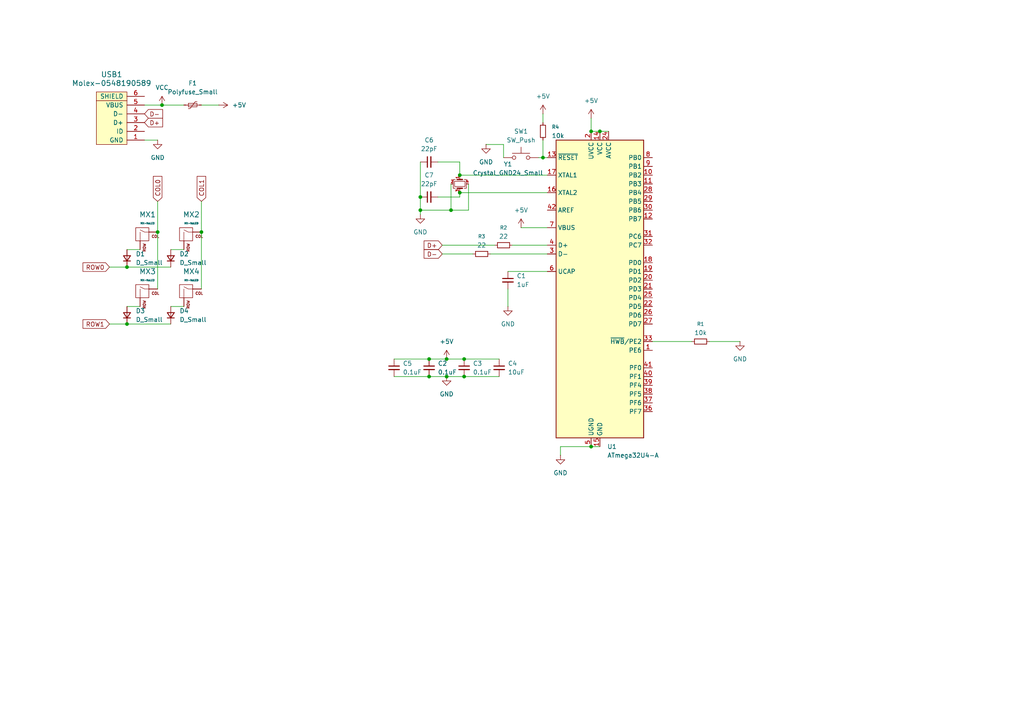
<source format=kicad_sch>
(kicad_sch (version 20250114) (generator "eeschema") (generator_version "9.0")
  (paper "A4")
  (lib_symbols
    (symbol "Device:C_Small" (pin_numbers (hide yes)) (pin_names (offset 0.254) (hide yes))
      (property "Reference" "C" (at 0.254 1.778 0))
      (property "Value" "C_Small" (at 0.254 -2.032 0))
      (symbol "C_Small_0_1"
        (polyline (pts (xy -1.524 0.508) (xy 1.524 0.508)) (stroke (width 0.3048)))
        (polyline (pts (xy -1.524 -0.508) (xy 1.524 -0.508)) (stroke (width 0.3302)))
      )
      (symbol "C_Small_1_1"
        (pin passive line (at 0 2.54 270) (length 2.032) (name "~") (number "1"))
        (pin passive line (at 0 -2.54 90) (length 2.032) (name "~") (number "2"))
      )
    )
    (symbol "Device:Crystal_GND24_Small" (pin_names (offset 1.016) (hide yes))
      (property "Reference" "Y" (at 1.27 4.445 0))
      (property "Value" "Crystal_GND24_Small" (at 1.27 2.54 0))
      (symbol "Crystal_GND24_Small_0_1"
        (polyline (pts (xy -1.27 1.27) (xy -1.27 1.905) (xy 1.27 1.905) (xy 1.27 1.27)))
        (polyline (pts (xy -1.27 -0.762) (xy -1.27 0.762)) (stroke (width 0.381)))
        (polyline (pts (xy -1.27 -1.27) (xy -1.27 -1.905) (xy 1.27 -1.905) (xy 1.27 -1.27)))
        (rectangle (start -0.762 -1.524) (end 0.762 1.524))
        (polyline (pts (xy 1.27 -0.762) (xy 1.27 0.762)) (stroke (width 0.381)))
      )
      (symbol "Crystal_GND24_Small_1_1"
        (pin passive line (at -2.54 0 0) (length 1.27) (name "1") (number "1"))
        (pin passive line (at 0 2.54 270) (length 0.635) (name "4") (number "4"))
        (pin passive line (at 0 -2.54 90) (length 0.635) (name "2") (number "2"))
        (pin passive line (at 2.54 0 180) (length 1.27) (name "3") (number "3"))
      )
    )
    (symbol "Device:D_Small" (pin_numbers (hide yes)) (pin_names (offset 0.254) (hide yes))
      (property "Reference" "D" (at -1.27 2.032 0))
      (property "Value" "D_Small" (at -3.81 -2.032 0))
      (symbol "D_Small_0_1"
        (polyline (pts (xy -0.762 0) (xy 0.762 0)))
        (polyline (pts (xy -0.762 -1.016) (xy -0.762 1.016)) (stroke (width 0.254)))
        (polyline (pts (xy 0.762 -1.016) (xy -0.762 0) (xy 0.762 1.016) (xy 0.762 -1.016)) (stroke (width 0.254)))
      )
      (symbol "D_Small_1_1"
        (pin passive line (at -2.54 0 0) (length 1.778) (name "K") (number "1"))
        (pin passive line (at 2.54 0 180) (length 1.778) (name "A") (number "2"))
      )
    )
    (symbol "Device:Polyfuse_Small" (pin_numbers (hide yes)) (pin_names (offset 0))
      (property "Reference" "F" (at -1.905 0 90))
      (property "Value" "Polyfuse_Small" (at 1.905 0 90))
      (symbol "Polyfuse_Small_0_1"
        (polyline (pts (xy -1.016 1.27) (xy -1.016 0.762) (xy 1.016 -0.762) (xy 1.016 -1.27)))
        (rectangle (start -0.508 1.27) (end 0.508 -1.27))
        (polyline (pts (xy 0 2.54) (xy 0 -2.54)))
      )
      (symbol "Polyfuse_Small_1_1"
        (pin passive line (at 0 2.54 270) (length 0.635) (name "~") (number "1"))
        (pin passive line (at 0 -2.54 90) (length 0.635) (name "~") (number "2"))
      )
    )
    (symbol "Device:R_Small" (pin_numbers (hide yes)) (pin_names (offset 0.254) (hide yes))
      (property "Reference" "R" (at 0 0 90))
      (property "Value" "R_Small" (at 1.778 0 90))
      (symbol "R_Small_0_1"
        (rectangle (start -0.762 1.778) (end 0.762 -1.778) (stroke (width 0.2032)))
      )
      (symbol "R_Small_1_1"
        (pin passive line (at 0 2.54 270) (length 0.762) (name "~") (number "1"))
        (pin passive line (at 0 -2.54 90) (length 0.762) (name "~") (number "2"))
      )
    )
    (symbol "MCU_Microchip_ATmega:ATmega32U4-A"
      (property "Reference" "U" (at -12.7 44.45 0))
      (property "Value" "ATmega32U4-A" (at 2.54 -44.45 0))
      (symbol "ATmega32U4-A_0_1"
        (rectangle (start -12.7 -43.18) (end 12.7 43.18) (stroke (width 0.254)) (fill (type background)))
      )
      (symbol "ATmega32U4-A_1_1"
        (pin input line (at -15.24 38.1 0) (length 2.54) (name "~{RESET}") (number "13"))
        (pin input line (at -15.24 33.02 0) (length 2.54) (name "XTAL1") (number "17"))
        (pin output line (at -15.24 27.94 0) (length 2.54) (name "XTAL2") (number "16"))
        (pin passive line (at -15.24 22.86 0) (length 2.54) (name "AREF") (number "42"))
        (pin input line (at -15.24 17.78 0) (length 2.54) (name "VBUS") (number "7"))
        (pin bidirectional line (at -15.24 12.7 0) (length 2.54) (name "D+") (number "4"))
        (pin bidirectional line (at -15.24 10.16 0) (length 2.54) (name "D-") (number "3"))
        (pin passive line (at -15.24 5.08 0) (length 2.54) (name "UCAP") (number "6"))
        (pin power_in line (at -2.54 45.72 270) (length 2.54) (name "UVCC") (number "2"))
        (pin passive line (at -2.54 -45.72 90) (length 2.54) (name "UGND") (number "5"))
        (pin power_in line (at 0 45.72 270) (length 2.54) (name "VCC") (number "14"))
        (pin passive line (at 0 45.72 270) (length 2.54) (hide yes) (name "VCC") (number "34"))
        (pin power_in line (at 0 -45.72 90) (length 2.54) (name "GND") (number "15"))
        (pin passive line (at 0 -45.72 90) (length 2.54) (hide yes) (name "GND") (number "23"))
        (pin passive line (at 0 -45.72 90) (length 2.54) (hide yes) (name "GND") (number "35"))
        (pin passive line (at 0 -45.72 90) (length 2.54) (hide yes) (name "GND") (number "43"))
        (pin power_in line (at 2.54 45.72 270) (length 2.54) (name "AVCC") (number "24"))
        (pin passive line (at 2.54 45.72 270) (length 2.54) (hide yes) (name "AVCC") (number "44"))
        (pin bidirectional line (at 15.24 38.1 180) (length 2.54) (name "PB0") (number "8"))
        (pin bidirectional line (at 15.24 35.56 180) (length 2.54) (name "PB1") (number "9"))
        (pin bidirectional line (at 15.24 33.02 180) (length 2.54) (name "PB2") (number "10"))
        (pin bidirectional line (at 15.24 30.48 180) (length 2.54) (name "PB3") (number "11"))
        (pin bidirectional line (at 15.24 27.94 180) (length 2.54) (name "PB4") (number "28"))
        (pin bidirectional line (at 15.24 25.4 180) (length 2.54) (name "PB5") (number "29"))
        (pin bidirectional line (at 15.24 22.86 180) (length 2.54) (name "PB6") (number "30"))
        (pin bidirectional line (at 15.24 20.32 180) (length 2.54) (name "PB7") (number "12"))
        (pin bidirectional line (at 15.24 15.24 180) (length 2.54) (name "PC6") (number "31"))
        (pin bidirectional line (at 15.24 12.7 180) (length 2.54) (name "PC7") (number "32"))
        (pin bidirectional line (at 15.24 7.62 180) (length 2.54) (name "PD0") (number "18"))
        (pin bidirectional line (at 15.24 5.08 180) (length 2.54) (name "PD1") (number "19"))
        (pin bidirectional line (at 15.24 2.54 180) (length 2.54) (name "PD2") (number "20"))
        (pin bidirectional line (at 15.24 0 180) (length 2.54) (name "PD3") (number "21"))
        (pin bidirectional line (at 15.24 -2.54 180) (length 2.54) (name "PD4") (number "25"))
        (pin bidirectional line (at 15.24 -5.08 180) (length 2.54) (name "PD5") (number "22"))
        (pin bidirectional line (at 15.24 -7.62 180) (length 2.54) (name "PD6") (number "26"))
        (pin bidirectional line (at 15.24 -10.16 180) (length 2.54) (name "PD7") (number "27"))
        (pin bidirectional line (at 15.24 -15.24 180) (length 2.54) (name "~{HWB}/PE2") (number "33"))
        (pin bidirectional line (at 15.24 -17.78 180) (length 2.54) (name "PE6") (number "1"))
        (pin bidirectional line (at 15.24 -22.86 180) (length 2.54) (name "PF0") (number "41"))
        (pin bidirectional line (at 15.24 -25.4 180) (length 2.54) (name "PF1") (number "40"))
        (pin bidirectional line (at 15.24 -27.94 180) (length 2.54) (name "PF4") (number "39"))
        (pin bidirectional line (at 15.24 -30.48 180) (length 2.54) (name "PF5") (number "38"))
        (pin bidirectional line (at 15.24 -33.02 180) (length 2.54) (name "PF6") (number "37"))
        (pin bidirectional line (at 15.24 -35.56 180) (length 2.54) (name "PF7") (number "36"))
      )
    )
    (symbol "MX_Alps_Hybrid:MX-NoLED" (pin_names (offset 1.016))
      (property "Reference" "MX" (at -0.635 3.81 0))
      (property "Value" "MX-NoLED" (at -0.635 1.27 0))
      (symbol "MX-NoLED_0_0"
        (rectangle (start -2.54 2.54) (end 1.27 -1.27))
        (polyline (pts (xy -1.27 -1.27) (xy -1.27 1.27)) (stroke (width 0.127)))
        (polyline (pts (xy 1.27 1.27) (xy 0 1.27) (xy -1.27 1.905)) (stroke (width 0.127)))
        (text "ROW" (at 0 -1.905 900) (effects (font (size 0.762 0.762)) (justify right)))
        (text "COL" (at 3.175 0 0) (effects (font (size 0.762 0.762))))
      )
      (symbol "MX-NoLED_1_1"
        (pin passive line (at -1.27 -3.81 90) (length 2.54) (name "ROW") (number "2"))
        (pin passive line (at 3.81 1.27 180) (length 2.54) (name "COL") (number "1"))
      )
    )
    (symbol "Switch:SW_Push" (pin_numbers (hide yes)) (pin_names (offset 1.016) (hide yes))
      (property "Reference" "SW" (at 1.27 2.54 0))
      (property "Value" "SW_Push" (at 0 -1.524 0))
      (symbol "SW_Push_0_1"
        (circle (center -2.032 0) (radius 0.508))
        (polyline (pts (xy 0 1.27) (xy 0 3.048)))
        (circle (center 2.032 0) (radius 0.508))
        (polyline (pts (xy 2.54 1.27) (xy -2.54 1.27)))
        (pin passive line (at -5.08 0 0) (length 2.54) (name "1") (number "1"))
        (pin passive line (at 5.08 0 180) (length 2.54) (name "2") (number "2"))
      )
    )
    (symbol "power:+5V" (power) (pin_numbers (hide yes)) (pin_names (offset 0) (hide yes))
      (property "Value" "+5V" (at 0 3.556 0))
      (symbol "+5V_0_1"
        (polyline (pts (xy -0.762 1.27) (xy 0 2.54)))
        (polyline (pts (xy 0 2.54) (xy 0.762 1.27)))
        (polyline (pts (xy 0 0) (xy 0 2.54)))
      )
      (symbol "+5V_1_1"
        (pin power_in line (at 0 0 90) (length 0) (name "~") (number "1"))
      )
    )
    (symbol "power:GND" (power) (pin_numbers (hide yes)) (pin_names (offset 0) (hide yes))
      (property "Value" "GND" (at 0 -3.81 0))
      (symbol "GND_0_1"
        (polyline (pts (xy 0 0) (xy 0 -1.27) (xy 1.27 -1.27) (xy 0 -2.54) (xy -1.27 -1.27) (xy 0 -1.27)))
      )
      (symbol "GND_1_1"
        (pin power_in line (at 0 0 270) (length 0) (name "~") (number "1"))
      )
    )
    (symbol "power:VCC" (power) (pin_numbers (hide yes)) (pin_names (offset 0) (hide yes))
      (property "Value" "VCC" (at 0 3.556 0))
      (symbol "VCC_0_1"
        (polyline (pts (xy -0.762 1.27) (xy 0 2.54)))
        (polyline (pts (xy 0 2.54) (xy 0.762 1.27)))
        (polyline (pts (xy 0 0) (xy 0 2.54)))
      )
      (symbol "VCC_1_1"
        (pin power_in line (at 0 0 90) (length 0) (name "~") (number "1"))
      )
    )
    (symbol "random-keyboard-parts:Molex-0548190589" (pin_names (offset 1.016))
      (property "Reference" "USB" (at 0 7.62 0))
      (property "Value" "Molex-0548190589" (at 0 10.16 0))
      (symbol "Molex-0548190589_0_0"
        (polyline (pts (xy 6.35 -2.54) (xy 6.35 6.35)))
        (rectangle (start 8.89 -2.54) (end -6.35 6.35) (fill (type background)))
      )
      (symbol "Molex-0548190589_1_1"
        (pin input line (at -5.08 -7.62 90) (length 5.08) (name "GND") (number "1"))
        (pin input line (at -2.54 -7.62 90) (length 5.08) (name "ID") (number "2"))
        (pin input line (at 0 -7.62 90) (length 5.08) (name "D+") (number "3"))
        (pin input line (at 2.54 -7.62 90) (length 5.08) (name "D-") (number "4"))
        (pin input line (at 5.08 -7.62 90) (length 5.08) (name "VBUS") (number "5"))
        (pin input line (at 7.62 -7.62 90) (length 5.08) (name "SHIELD") (number "6"))
      )
    )
  )
  (junction (at 171.45 38.1))
  (junction (at 124.46 104.14))
  (junction (at 36.83 77.47))
  (junction (at 121.92 57.15))
  (junction (at 45.72 67.31))
  (junction (at 46.99 30.48))
  (junction (at 129.54 104.14))
  (junction (at 134.62 109.22))
  (junction (at 36.83 93.98))
  (junction (at 58.42 67.31))
  (junction (at 157.48 45.72))
  (junction (at 173.99 38.1))
  (junction (at 133.35 50.8))
  (junction (at 124.46 109.22))
  (junction (at 130.81 60.96))
  (junction (at 121.92 60.96))
  (junction (at 133.35 55.88))
  (junction (at 134.62 104.14))
  (junction (at 129.54 109.22))
  (junction (at 171.45 129.54))
  (wire (pts (xy 121.92 60.96) (xy 130.81 60.96)))
  (wire (pts (xy 58.42 58.42) (xy 58.42 67.31)))
  (wire (pts (xy 133.35 50.8) (xy 133.35 46.99)))
  (wire (pts (xy 49.53 72.39) (xy 53.34 72.39)))
  (wire (pts (xy 45.72 58.42) (xy 45.72 67.31)))
  (wire (pts (xy 36.83 77.47) (xy 49.53 77.47)))
  (wire (pts (xy 130.81 53.34) (xy 130.81 60.96)))
  (wire (pts (xy 173.99 38.1) (xy 176.53 38.1)))
  (wire (pts (xy 45.72 67.31) (xy 45.72 83.82)))
  (wire (pts (xy 31.75 93.98) (xy 36.83 93.98)))
  (wire (pts (xy 133.35 46.99) (xy 127 46.99)))
  (wire (pts (xy 41.91 30.48) (xy 46.99 30.48)))
  (wire (pts (xy 147.32 78.74) (xy 158.75 78.74)))
  (wire (pts (xy 36.83 93.98) (xy 49.53 93.98)))
  (wire (pts (xy 36.83 72.39) (xy 40.64 72.39)))
  (wire (pts (xy 129.54 109.22) (xy 134.62 109.22)))
  (wire (pts (xy 140.97 41.91) (xy 146.05 41.91)))
  (wire (pts (xy 121.92 46.99) (xy 121.92 57.15)))
  (wire (pts (xy 171.45 34.29) (xy 171.45 38.1)))
  (wire (pts (xy 49.53 88.9) (xy 53.34 88.9)))
  (wire (pts (xy 129.54 104.14) (xy 134.62 104.14)))
  (wire (pts (xy 114.3 109.22) (xy 124.46 109.22)))
  (wire (pts (xy 151.13 66.04) (xy 158.75 66.04)))
  (wire (pts (xy 36.83 88.9) (xy 40.64 88.9)))
  (wire (pts (xy 46.99 30.48) (xy 53.34 30.48)))
  (wire (pts (xy 157.48 33.02) (xy 157.48 35.56)))
  (wire (pts (xy 133.35 57.15) (xy 127 57.15)))
  (wire (pts (xy 147.32 83.82) (xy 147.32 88.9)))
  (wire (pts (xy 114.3 104.14) (xy 124.46 104.14)))
  (wire (pts (xy 134.62 104.14) (xy 144.78 104.14)))
  (wire (pts (xy 124.46 104.14) (xy 129.54 104.14)))
  (wire (pts (xy 134.62 109.22) (xy 144.78 109.22)))
  (wire (pts (xy 121.92 57.15) (xy 121.92 60.96)))
  (wire (pts (xy 58.42 30.48) (xy 63.5 30.48)))
  (wire (pts (xy 124.46 109.22) (xy 129.54 109.22)))
  (wire (pts (xy 130.81 60.96) (xy 135.89 60.96)))
  (wire (pts (xy 205.74 99.06) (xy 214.63 99.06)))
  (wire (pts (xy 171.45 38.1) (xy 173.99 38.1)))
  (wire (pts (xy 171.45 129.54) (xy 162.56 129.54)))
  (wire (pts (xy 133.35 55.88) (xy 158.75 55.88)))
  (wire (pts (xy 135.89 53.34) (xy 135.89 60.96)))
  (wire (pts (xy 148.59 71.12) (xy 158.75 71.12)))
  (wire (pts (xy 189.23 99.06) (xy 200.66 99.06)))
  (wire (pts (xy 31.75 77.47) (xy 36.83 77.47)))
  (wire (pts (xy 121.92 60.96) (xy 121.92 62.23)))
  (wire (pts (xy 128.27 73.66) (xy 137.16 73.66)))
  (wire (pts (xy 133.35 55.88) (xy 133.35 57.15)))
  (wire (pts (xy 58.42 67.31) (xy 58.42 83.82)))
  (wire (pts (xy 157.48 45.72) (xy 158.75 45.72)))
  (wire (pts (xy 171.45 129.54) (xy 173.99 129.54)))
  (wire (pts (xy 156.21 45.72) (xy 157.48 45.72)))
  (wire (pts (xy 128.27 71.12) (xy 143.51 71.12)))
  (wire (pts (xy 41.91 40.64) (xy 45.72 40.64)))
  (wire (pts (xy 133.35 50.8) (xy 158.75 50.8)))
  (wire (pts (xy 157.48 40.64) (xy 157.48 45.72)))
  (wire (pts (xy 146.05 45.72) (xy 146.05 41.91)))
  (wire (pts (xy 142.24 73.66) (xy 158.75 73.66)))
  (wire (pts (xy 162.56 129.54) (xy 162.56 132.08)))
  (global_label "D+" (shape input) (at 128.27 71.12 180) (property "Intersheetrefs" "${INTERSHEET_REFS}" (effects (hide yes))))
  (global_label "D-" (shape input) (at 41.91 33.02 0) (property "Intersheetrefs" "${INTERSHEET_REFS}" (effects (hide yes))))
  (global_label "D-" (shape input) (at 128.27 73.66 180) (property "Intersheetrefs" "${INTERSHEET_REFS}" (effects (hide yes))))
  (global_label "ROW1" (shape input) (at 31.75 93.98 180) (property "Intersheetrefs" "${INTERSHEET_REFS}" (effects (hide yes))))
  (global_label "COL1" (shape input) (at 58.42 58.42 90) (property "Intersheetrefs" "${INTERSHEET_REFS}" (effects (hide yes))))
  (global_label "ROW0" (shape input) (at 31.75 77.47 180) (property "Intersheetrefs" "${INTERSHEET_REFS}" (effects (hide yes))))
  (global_label "D+" (shape input) (at 41.91 35.56 0) (property "Intersheetrefs" "${INTERSHEET_REFS}" (effects (hide yes))))
  (global_label "COL0" (shape input) (at 45.72 58.42 90) (property "Intersheetrefs" "${INTERSHEET_REFS}" (effects (hide yes))))
  (symbol (lib_id "MX_Alps_Hybrid:MX-NoLED") (at 54.61 85.09 0) (unit 1)
    (property "Reference" "MX4" (at 55.5052 78.74 0) (effects (font (size 1.524 1.524))))
    (property "Value" "MX-NoLED" (at 55.5052 81.28 0) (effects (font (size 0.508 0.508))))
    (property "Footprint" "MX_Alps_Hybrid:MX-1.5U-NoLED" (effects (hide yes)))
  )
  (symbol (lib_id "power:+5V") (at 129.54 104.14 0) (unit 1)
    (property "Reference" "#PWR05" (effects (hide yes)))
    (property "Value" "+5V" (at 129.54 99.06 0))
    (property "Description" "Power symbol creates a global label with name \"+5V\"" (effects (hide yes)))
  )
  (symbol (lib_id "Device:D_Small") (at 49.53 74.93 90) (unit 1)
    (property "Reference" "D2" (at 52.07 73.6599 90) (effects (justify right)))
    (property "Value" "D_Small" (at 52.07 76.1999 90) (effects (justify right)))
    (property "Footprint" "Diode_SMD:D_SOD-123" (effects (hide yes)))
    (property "Description" "Diode, small symbol" (effects (hide yes)))
    (property "Sim.Device" "D" (effects (hide yes)))
    (property "Sim.Pins" "1=K 2=A" (effects (hide yes)))
  )
  (symbol (lib_id "MX_Alps_Hybrid:MX-NoLED") (at 41.91 68.58 0) (unit 1)
    (property "Reference" "MX1" (at 42.8052 62.23 0) (effects (font (size 1.524 1.524))))
    (property "Value" "MX-NoLED" (at 42.8052 64.77 0) (effects (font (size 0.508 0.508))))
    (property "Footprint" "MX_Alps_Hybrid:MX-1.5U-NoLED" (effects (hide yes)))
  )
  (symbol (lib_id "Device:D_Small") (at 49.53 91.44 90) (unit 1)
    (property "Reference" "D4" (at 52.07 90.1699 90) (effects (justify right)))
    (property "Value" "D_Small" (at 52.07 92.7099 90) (effects (justify right)))
    (property "Footprint" "Diode_SMD:D_SOD-123" (effects (hide yes)))
    (property "Description" "Diode, small symbol" (effects (hide yes)))
    (property "Sim.Device" "D" (effects (hide yes)))
    (property "Sim.Pins" "1=K 2=A" (effects (hide yes)))
  )
  (symbol (lib_id "power:GND") (at 140.97 41.91 0) (unit 1)
    (property "Reference" "#PWR09" (effects (hide yes)))
    (property "Value" "GND" (at 140.97 46.99 0))
    (property "Description" "Power symbol creates a global label with name \"GND\" , ground" (effects (hide yes)))
  )
  (symbol (lib_id "Device:C_Small") (at 134.62 106.68 0) (unit 1)
    (property "Reference" "C3" (at 137.16 105.4162 0) (effects (justify left)))
    (property "Value" "0.1uF" (at 137.16 107.9562 0) (effects (justify left)))
    (property "Footprint" "Capacitor_SMD:C_0805_2012Metric" (effects (hide yes)))
    (property "Description" "Unpolarized capacitor, small symbol" (effects (hide yes)))
  )
  (symbol (lib_id "Device:C_Small") (at 114.3 106.68 0) (unit 1)
    (property "Reference" "C5" (at 116.84 105.4162 0) (effects (justify left)))
    (property "Value" "0.1uF" (at 116.84 107.9562 0) (effects (justify left)))
    (property "Footprint" "Capacitor_SMD:C_0805_2012Metric" (effects (hide yes)))
    (property "Description" "Unpolarized capacitor, small symbol" (effects (hide yes)))
  )
  (symbol (lib_id "Device:C_Small") (at 144.78 106.68 0) (unit 1)
    (property "Reference" "C4" (at 147.32 105.4162 0) (effects (justify left)))
    (property "Value" "10uF" (at 147.32 107.9562 0) (effects (justify left)))
    (property "Footprint" "Capacitor_SMD:C_0805_2012Metric" (effects (hide yes)))
    (property "Description" "Unpolarized capacitor, small symbol" (effects (hide yes)))
  )
  (symbol (lib_id "Device:R_Small") (at 203.2 99.06 270) (unit 1)
    (property "Reference" "R1" (at 203.2 93.98 90) (effects (font (size 1.016 1.016))))
    (property "Value" "10k" (at 203.2 96.52 90))
    (property "Footprint" "Resistor_SMD:R_0805_2012Metric" (effects (hide yes)))
    (property "Description" "Resistor, small symbol" (effects (hide yes)))
  )
  (symbol (lib_id "Device:C_Small") (at 124.46 57.15 90) (unit 1)
    (property "Reference" "C7" (at 124.4663 50.8 90))
    (property "Value" "22pF" (at 124.4663 53.34 90))
    (property "Footprint" "Capacitor_SMD:C_0805_2012Metric" (effects (hide yes)))
    (property "Description" "Unpolarized capacitor, small symbol" (effects (hide yes)))
  )
  (symbol (lib_id "Device:R_Small") (at 146.05 71.12 90) (unit 1)
    (property "Reference" "R2" (at 146.05 66.04 90) (effects (font (size 1.016 1.016))))
    (property "Value" "22" (at 146.05 68.58 90))
    (property "Footprint" "Resistor_SMD:R_0805_2012Metric" (effects (hide yes)))
    (property "Description" "Resistor, small symbol" (effects (hide yes)))
  )
  (symbol (lib_id "power:+5V") (at 171.45 34.29 0) (unit 1)
    (property "Reference" "#PWR01" (effects (hide yes)))
    (property "Value" "+5V" (at 171.45 29.21 0))
    (property "Description" "Power symbol creates a global label with name \"+5V\"" (effects (hide yes)))
  )
  (symbol (lib_id "Device:R_Small") (at 157.48 38.1 0) (unit 1)
    (property "Reference" "R4" (at 160.02 36.8299 0) (effects (font (size 1.016 1.016)) (justify left)))
    (property "Value" "10k" (at 160.02 39.3699 0) (effects (justify left)))
    (property "Footprint" "Resistor_SMD:R_0805_2012Metric" (effects (hide yes)))
    (property "Description" "Resistor, small symbol" (effects (hide yes)))
  )
  (symbol (lib_id "Device:Polyfuse_Small") (at 55.88 30.48 90) (unit 1)
    (property "Reference" "F1" (at 55.88 24.13 90))
    (property "Value" "Polyfuse_Small" (at 55.88 26.67 90))
    (property "Footprint" "Fuse:Fuse_1206_3216Metric" (effects (hide yes)))
    (property "Description" "Resettable fuse, polymeric positive temperature coefficient, small symbol" (effects (hide yes)))
  )
  (symbol (lib_id "power:VCC") (at 46.99 30.48 0) (unit 1)
    (property "Reference" "#PWR012" (effects (hide yes)))
    (property "Value" "VCC" (at 46.99 25.4 0))
    (property "Description" "Power symbol creates a global label with name \"VCC\"" (effects (hide yes)))
  )
  (symbol (lib_id "Device:R_Small") (at 139.7 73.66 90) (unit 1)
    (property "Reference" "R3" (at 139.7 68.58 90) (effects (font (size 1.016 1.016))))
    (property "Value" "22" (at 139.7 71.12 90))
    (property "Footprint" "Resistor_SMD:R_0805_2012Metric" (effects (hide yes)))
    (property "Description" "Resistor, small symbol" (effects (hide yes)))
  )
  (symbol (lib_id "power:GND") (at 162.56 132.08 0) (unit 1)
    (property "Reference" "#PWR02" (effects (hide yes)))
    (property "Value" "GND" (at 162.56 137.16 0))
    (property "Description" "Power symbol creates a global label with name \"GND\" , ground" (effects (hide yes)))
  )
  (symbol (lib_id "Device:C_Small") (at 147.32 81.28 0) (unit 1)
    (property "Reference" "C1" (at 149.86 80.0162 0) (effects (justify left)))
    (property "Value" "1uF" (at 149.86 82.5562 0) (effects (justify left)))
    (property "Footprint" "Capacitor_SMD:C_0805_2012Metric" (effects (hide yes)))
    (property "Description" "Unpolarized capacitor, small symbol" (effects (hide yes)))
  )
  (symbol (lib_id "power:+5V") (at 157.48 33.02 0) (unit 1)
    (property "Reference" "#PWR010" (effects (hide yes)))
    (property "Value" "+5V" (at 157.48 27.94 0))
    (property "Description" "Power symbol creates a global label with name \"+5V\"" (effects (hide yes)))
  )
  (symbol (lib_id "power:+5V") (at 151.13 66.04 0) (unit 1)
    (property "Reference" "#PWR07" (effects (hide yes)))
    (property "Value" "+5V" (at 151.13 60.96 0))
    (property "Description" "Power symbol creates a global label with name \"+5V\"" (effects (hide yes)))
  )
  (symbol (lib_id "Device:D_Small") (at 36.83 74.93 90) (unit 1)
    (property "Reference" "D1" (at 39.37 73.6599 90) (effects (justify right)))
    (property "Value" "D_Small" (at 39.37 76.1999 90) (effects (justify right)))
    (property "Footprint" "Diode_SMD:D_SOD-123" (effects (hide yes)))
    (property "Description" "Diode, small symbol" (effects (hide yes)))
    (property "Sim.Device" "D" (effects (hide yes)))
    (property "Sim.Pins" "1=K 2=A" (effects (hide yes)))
  )
  (symbol (lib_id "Device:D_Small") (at 36.83 91.44 90) (unit 1)
    (property "Reference" "D3" (at 39.37 90.1699 90) (effects (justify right)))
    (property "Value" "D_Small" (at 39.37 92.7099 90) (effects (justify right)))
    (property "Footprint" "Diode_SMD:D_SOD-123" (effects (hide yes)))
    (property "Description" "Diode, small symbol" (effects (hide yes)))
    (property "Sim.Device" "D" (effects (hide yes)))
    (property "Sim.Pins" "1=K 2=A" (effects (hide yes)))
  )
  (symbol (lib_id "Device:C_Small") (at 124.46 106.68 0) (unit 1)
    (property "Reference" "C2" (at 127 105.4162 0) (effects (justify left)))
    (property "Value" "0.1uF" (at 127 107.9562 0) (effects (justify left)))
    (property "Footprint" "Capacitor_SMD:C_0805_2012Metric" (effects (hide yes)))
    (property "Description" "Unpolarized capacitor, small symbol" (effects (hide yes)))
  )
  (symbol (lib_id "power:GND") (at 147.32 88.9 0) (unit 1)
    (property "Reference" "#PWR04" (effects (hide yes)))
    (property "Value" "GND" (at 147.32 93.98 0))
    (property "Description" "Power symbol creates a global label with name \"GND\" , ground" (effects (hide yes)))
  )
  (symbol (lib_id "MX_Alps_Hybrid:MX-NoLED") (at 41.91 85.09 0) (unit 1)
    (property "Reference" "MX3" (at 42.8052 78.74 0) (effects (font (size 1.524 1.524))))
    (property "Value" "MX-NoLED" (at 42.8052 81.28 0) (effects (font (size 0.508 0.508))))
    (property "Footprint" "MX_Alps_Hybrid:MX-1.5U-NoLED" (effects (hide yes)))
  )
  (symbol (lib_id "Device:C_Small") (at 124.46 46.99 90) (unit 1)
    (property "Reference" "C6" (at 124.4663 40.64 90))
    (property "Value" "22pF" (at 124.4663 43.18 90))
    (property "Footprint" "Capacitor_SMD:C_0805_2012Metric" (effects (hide yes)))
    (property "Description" "Unpolarized capacitor, small symbol" (effects (hide yes)))
  )
  (symbol (lib_id "power:+5V") (at 63.5 30.48 270) (unit 1)
    (property "Reference" "#PWR011" (effects (hide yes)))
    (property "Value" "+5V" (at 67.31 30.4799 90) (effects (justify left)))
    (property "Description" "Power symbol creates a global label with name \"+5V\"" (effects (hide yes)))
  )
  (symbol (lib_id "power:GND") (at 129.54 109.22 0) (unit 1)
    (property "Reference" "#PWR06" (effects (hide yes)))
    (property "Value" "GND" (at 129.54 114.3 0))
    (property "Description" "Power symbol creates a global label with name \"GND\" , ground" (effects (hide yes)))
  )
  (symbol (lib_id "power:GND") (at 121.92 62.23 0) (unit 1)
    (property "Reference" "#PWR08" (effects (hide yes)))
    (property "Value" "GND" (at 121.92 67.31 0))
    (property "Description" "Power symbol creates a global label with name \"GND\" , ground" (effects (hide yes)))
  )
  (symbol (lib_id "power:GND") (at 214.63 99.06 0) (unit 1)
    (property "Reference" "#PWR03" (effects (hide yes)))
    (property "Value" "GND" (at 214.63 104.14 0))
    (property "Description" "Power symbol creates a global label with name \"GND\" , ground" (effects (hide yes)))
  )
  (symbol (lib_id "MX_Alps_Hybrid:MX-NoLED") (at 54.61 68.58 0) (unit 1)
    (property "Reference" "MX2" (at 55.5052 62.23 0) (effects (font (size 1.524 1.524))))
    (property "Value" "MX-NoLED" (at 55.5052 64.77 0) (effects (font (size 0.508 0.508))))
    (property "Footprint" "MX_Alps_Hybrid:MX-1.5U-NoLED" (effects (hide yes)))
  )
  (symbol (lib_id "Device:Crystal_GND24_Small") (at 133.35 53.34 270) (unit 1)
    (property "Reference" "Y1" (at 147.32 47.6182 90))
    (property "Value" "Crystal_GND24_Small" (at 147.32 50.1582 90))
    (property "Footprint" "Crystal:Crystal_SMD_3225-4Pin_3.2x2.5mm" (effects (hide yes)))
    (property "Description" "Four pin crystal, GND on pins 2 and 4, small symbol" (effects (hide yes)))
  )
  (symbol (lib_id "MCU_Microchip_ATmega:ATmega32U4-A") (at 173.99 83.82 0) (unit 1)
    (property "Reference" "U1" (at 176.1333 129.54 0) (effects (justify left)))
    (property "Value" "ATmega32U4-A" (at 176.1333 132.08 0) (effects (justify left)))
    (property "Footprint" "Package_QFP:TQFP-44_10x10mm_P0.8mm" (effects (hide yes)))
    (property "Datasheet" "http://ww1.microchip.com/downloads/en/DeviceDoc/Atmel-7766-8-bit-AVR-ATmega16U4-32U4_Datasheet.pdf" (effects (hide yes)))
    (property "Description" "16MHz, 32kB Flash, 2.5kB SRAM, 1kB EEPROM, USB 2.0, TQFP-44" (effects (hide yes)))
  )
  (symbol (lib_id "Switch:SW_Push") (at 151.13 45.72 0) (unit 1)
    (property "Reference" "SW1" (at 151.13 38.1 0))
    (property "Value" "SW_Push" (at 151.13 40.64 0))
    (property "Footprint" "random-keyboard-parts:SKQG-1155865" (effects (hide yes)))
    (property "Description" "Push button switch, generic, two pins" (effects (hide yes)))
  )
  (symbol (lib_id "power:GND") (at 45.72 40.64 0) (unit 1)
    (property "Reference" "#PWR013" (effects (hide yes)))
    (property "Value" "GND" (at 45.72 45.72 0))
    (property "Description" "Power symbol creates a global label with name \"GND\" , ground" (effects (hide yes)))
  )
  (symbol (lib_id "random-keyboard-parts:Molex-0548190589") (at 34.29 35.56 90) (unit 1)
    (property "Reference" "USB1" (at 32.385 21.59 90) (effects (font (size 1.524 1.524))))
    (property "Value" "Molex-0548190589" (at 32.385 24.13 90) (effects (font (size 1.524 1.524))))
    (property "Footprint" "random-keyboard-parts:Molex-0548190589" (effects (hide yes)))
  )
)
</source>
